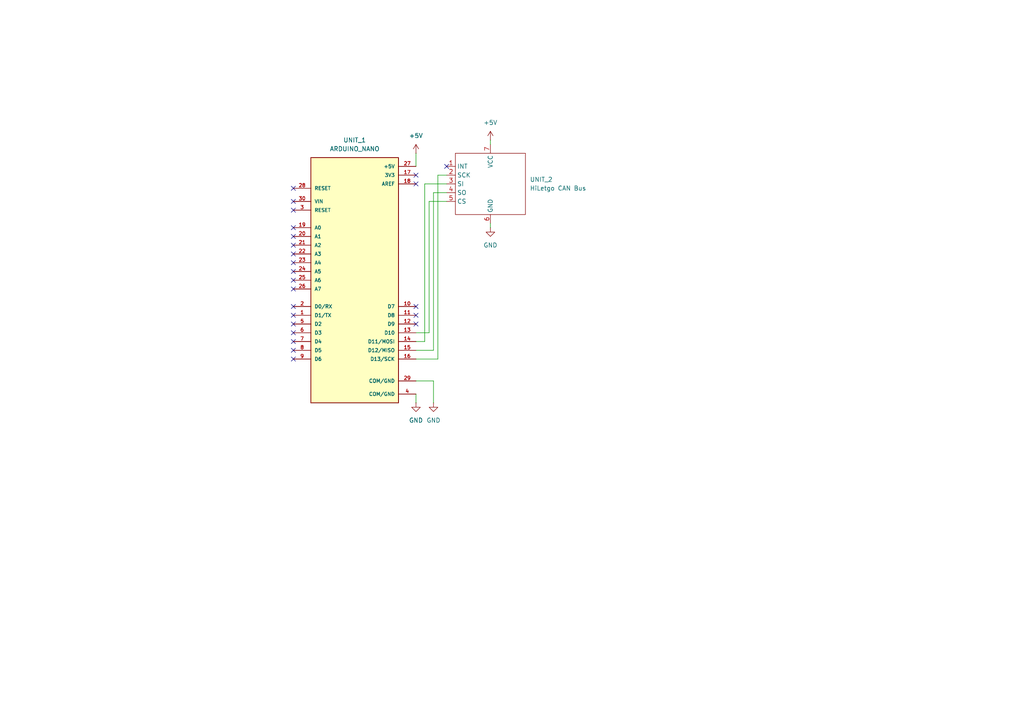
<source format=kicad_sch>
(kicad_sch (version 20231120) (generator "eeschema") (generator_version "8.0")
  (paper "A4")
  (lib_symbols
    (symbol "BAJA SAE:ARDUINO_NANO" (pin_names (offset 1.016))
      (property "Reference" "UNIT_" (at -12.7 35.56 0))
      (property "Value" "ARDUINO_NANO" (at -12.7 -38.1 0))
      (symbol "ARDUINO_NANO_0_0"
        (rectangle (start -12.7 35.56) (end 12.7 -35.56) (stroke (width 0.254)) (fill (type background)))
        (pin bidirectional line (at -17.78 -10.16 0) (length 5.08) (name "D1/TX") (number "1"))
        (pin bidirectional line (at 17.78 -7.62 180) (length 5.08) (name "D7") (number "10"))
        (pin bidirectional line (at 17.78 -10.16 180) (length 5.08) (name "D8") (number "11"))
        (pin bidirectional line (at 17.78 -12.7 180) (length 5.08) (name "D9") (number "12"))
        (pin bidirectional line (at 17.78 -15.24 180) (length 5.08) (name "D10") (number "13"))
        (pin bidirectional line (at 17.78 -17.78 180) (length 5.08) (name "D11/MOSI") (number "14"))
        (pin bidirectional line (at 17.78 -20.32 180) (length 5.08) (name "D12/MISO") (number "15"))
        (pin bidirectional line (at 17.78 -22.86 180) (length 5.08) (name "D13/SCK") (number "16"))
        (pin power_in line (at 17.78 30.48 180) (length 5.08) (name "3V3") (number "17"))
        (pin power_in line (at 17.78 27.94 180) (length 5.08) (name "AREF") (number "18"))
        (pin input line (at -17.78 15.24 0) (length 5.08) (name "A0") (number "19"))
        (pin bidirectional line (at -17.78 -7.62 0) (length 5.08) (name "D0/RX") (number "2"))
        (pin input line (at -17.78 12.7 0) (length 5.08) (name "A1") (number "20"))
        (pin input line (at -17.78 10.16 0) (length 5.08) (name "A2") (number "21"))
        (pin input line (at -17.78 7.62 0) (length 5.08) (name "A3") (number "22"))
        (pin input line (at -17.78 5.08 0) (length 5.08) (name "A4") (number "23"))
        (pin input line (at -17.78 2.54 0) (length 5.08) (name "A5") (number "24"))
        (pin input line (at -17.78 0 0) (length 5.08) (name "A6") (number "25"))
        (pin input line (at -17.78 -2.54 0) (length 5.08) (name "A7") (number "26"))
        (pin power_in line (at 17.78 33.02 180) (length 5.08) (name "+5V") (number "27"))
        (pin input line (at -17.78 26.67 0) (length 5.08) (name "RESET") (number "28"))
        (pin power_in line (at 17.78 -29.21 180) (length 5.08) (name "COM/GND") (number "29"))
        (pin input line (at -17.78 20.32 0) (length 5.08) (name "RESET") (number "3"))
        (pin input line (at -17.78 22.86 0) (length 5.08) (name "VIN") (number "30"))
        (pin power_in line (at 17.78 -33.02 180) (length 5.08) (name "COM/GND") (number "4"))
        (pin bidirectional line (at -17.78 -12.7 0) (length 5.08) (name "D2") (number "5"))
        (pin bidirectional line (at -17.78 -15.24 0) (length 5.08) (name "D3") (number "6"))
        (pin bidirectional line (at -17.78 -17.78 0) (length 5.08) (name "D4") (number "7"))
        (pin bidirectional line (at -17.78 -20.32 0) (length 5.08) (name "D5") (number "8"))
        (pin bidirectional line (at -17.78 -22.86 0) (length 5.08) (name "D6") (number "9"))
      )
    )
    (symbol "BAJA SAE:HiLetgo_CAN_BUS"
      (property "Reference" "UNIT_" (at 0 -4.064 0))
      (property "Value" "HiLetgo CAN Bus" (at 1.016 -1.524 0))
      (symbol "HiLetgo_CAN_BUS_0_1"
        (rectangle (start -10.16 7.62) (end 10.16 -10.16))
      )
      (symbol "HiLetgo_CAN_BUS_1_1"
        (pin input line (at -12.7 3.81 0) (length 2.54) (name "INT") (number "1"))
        (pin input line (at -12.7 1.27 0) (length 2.54) (name "SCK") (number "2"))
        (pin input line (at -12.7 -1.27 0) (length 2.54) (name "SI") (number "3"))
        (pin input line (at -12.7 -3.81 0) (length 2.54) (name "SO") (number "4"))
        (pin input line (at -12.7 -6.35 0) (length 2.54) (name "CS") (number "5"))
        (pin input line (at 0 -12.7 90) (length 2.54) (name "GND") (number "6"))
        (pin input line (at 0 10.16 270) (length 2.54) (name "VCC") (number "7"))
      )
    )
    (symbol "power:+5V" (power) (pin_numbers hide) (pin_names (offset 0) hide)
      (property "Value" "+5V" (at 0 3.556 0))
      (symbol "+5V_0_1"
        (polyline (pts (xy -0.762 1.27) (xy 0 2.54)))
        (polyline (pts (xy 0 0) (xy 0 2.54)))
        (polyline (pts (xy 0 2.54) (xy 0.762 1.27)))
      )
      (symbol "+5V_1_1"
        (pin power_in line (at 0 0 90) (length 0) (name "~") (number "1"))
      )
    )
    (symbol "power:GND" (power) (pin_numbers hide) (pin_names (offset 0) hide)
      (property "Value" "GND" (at 0 -3.81 0))
      (symbol "GND_0_1"
        (polyline (pts (xy 0 0) (xy 0 -1.27) (xy 1.27 -1.27) (xy 0 -2.54) (xy -1.27 -1.27) (xy 0 -1.27)))
      )
      (symbol "GND_1_1"
        (pin power_in line (at 0 0 270) (length 0) (name "~") (number "1"))
      )
    )
  )
  (no_connect (at 85.09 91.44))
  (no_connect (at 85.09 71.12))
  (no_connect (at 85.09 60.96))
  (no_connect (at 120.65 88.9))
  (no_connect (at 85.09 83.82))
  (no_connect (at 85.09 88.9))
  (no_connect (at 85.09 93.98))
  (no_connect (at 85.09 101.6))
  (no_connect (at 120.65 91.44))
  (no_connect (at 120.65 50.8))
  (no_connect (at 85.09 104.14))
  (no_connect (at 85.09 73.66))
  (no_connect (at 120.65 93.98))
  (no_connect (at 85.09 58.42))
  (no_connect (at 85.09 81.28))
  (no_connect (at 85.09 78.74))
  (no_connect (at 85.09 96.52))
  (no_connect (at 85.09 66.04))
  (no_connect (at 85.09 99.06))
  (no_connect (at 120.65 53.34))
  (no_connect (at 85.09 76.2))
  (no_connect (at 129.54 48.26))
  (no_connect (at 85.09 54.61))
  (no_connect (at 85.09 68.58))
  (wire (pts (xy 142.24 40.64) (xy 142.24 41.91)))
  (wire (pts (xy 120.65 99.06) (xy 123.19 99.06)))
  (wire (pts (xy 120.65 101.6) (xy 125.73 101.6)))
  (wire (pts (xy 125.73 55.88) (xy 125.73 101.6)))
  (wire (pts (xy 125.73 110.49) (xy 125.73 116.84)))
  (wire (pts (xy 120.65 104.14) (xy 127 104.14)))
  (wire (pts (xy 129.54 55.88) (xy 125.73 55.88)))
  (wire (pts (xy 120.65 114.3) (xy 120.65 116.84)))
  (wire (pts (xy 120.65 96.52) (xy 124.46 96.52)))
  (wire (pts (xy 120.65 44.45) (xy 120.65 48.26)))
  (wire (pts (xy 142.24 64.77) (xy 142.24 66.04)))
  (wire (pts (xy 129.54 50.8) (xy 127 50.8)))
  (wire (pts (xy 123.19 53.34) (xy 123.19 99.06)))
  (wire (pts (xy 120.65 110.49) (xy 125.73 110.49)))
  (wire (pts (xy 127 50.8) (xy 127 104.14)))
  (wire (pts (xy 129.54 53.34) (xy 123.19 53.34)))
  (wire (pts (xy 129.54 58.42) (xy 124.46 58.42)))
  (wire (pts (xy 124.46 58.42) (xy 124.46 96.52)))
  (symbol (lib_id "power:GND") (at 120.65 116.84 0) (unit 1)
    (property "Reference" "#PWR03" (effects (hide yes)))
    (property "Value" "GND" (at 120.65 121.92 0))
    (property "Description" "Power symbol creates a global label with name \"GND\" , ground" (effects (hide yes)))
  )
  (symbol (lib_id "power:+5V") (at 120.65 44.45 0) (unit 1)
    (property "Reference" "#PWR05" (effects (hide yes)))
    (property "Value" "+5V" (at 120.65 39.37 0))
    (property "Description" "Power symbol creates a global label with name \"+5V\"" (effects (hide yes)))
  )
  (symbol (lib_id "power:+5V") (at 142.24 40.64 0) (unit 1)
    (property "Reference" "#PWR01" (effects (hide yes)))
    (property "Value" "+5V" (at 142.24 35.56 0))
    (property "Description" "Power symbol creates a global label with name \"+5V\"" (effects (hide yes)))
  )
  (symbol (lib_id "power:GND") (at 142.24 66.04 0) (unit 1)
    (property "Reference" "#PWR02" (effects (hide yes)))
    (property "Value" "GND" (at 142.24 71.12 0))
    (property "Description" "Power symbol creates a global label with name \"GND\" , ground" (effects (hide yes)))
  )
  (symbol (lib_id "power:GND") (at 125.73 116.84 0) (unit 1)
    (property "Reference" "#PWR04" (effects (hide yes)))
    (property "Value" "GND" (at 125.73 121.92 0))
    (property "Description" "Power symbol creates a global label with name \"GND\" , ground" (effects (hide yes)))
  )
  (symbol (lib_id "BAJA SAE:ARDUINO_NANO") (at 102.87 81.28 0) (unit 1)
    (property "Reference" "UNIT_1" (at 102.87 40.64 0))
    (property "Value" "ARDUINO_NANO" (at 102.87 43.18 0))
    (property "Footprint" "BAJA SAE:SHIELD_ARDUINO_NANO" (effects (hide yes)))
    (property "MP" "Arduino Nano" (effects (hide yes)))
  )
  (symbol (lib_id "BAJA SAE:HiLetgo_CAN_BUS") (at 142.24 52.07 0) (unit 1)
    (property "Reference" "UNIT_2" (at 153.67 52.0699 0) (effects (justify left)))
    (property "Value" "HiLetgo CAN Bus" (at 153.67 54.6099 0) (effects (justify left)))
    (property "Footprint" "BAJA SAE:HiLetgo CAN Bus" (effects (hide yes)))
  )
)
</source>
